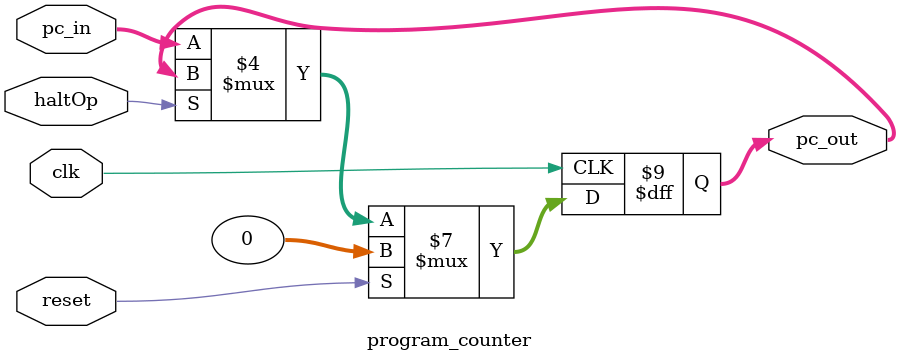
<source format=v>

module program_counter(
    input [31:0] pc_in, 
    input clk,  
    input reset,
    input haltOp,
    output reg [31:0] pc_out
);
    always @(posedge clk)
    begin
        // $display("clk: %d", clk);
        if (reset == 1)
            begin 
                // $display("reset");
                pc_out <= 0;
            end
        else if (haltOp != 1)
            pc_out <= pc_in;
        $display("PC: %d", pc_out);
    end
endmodule
</source>
